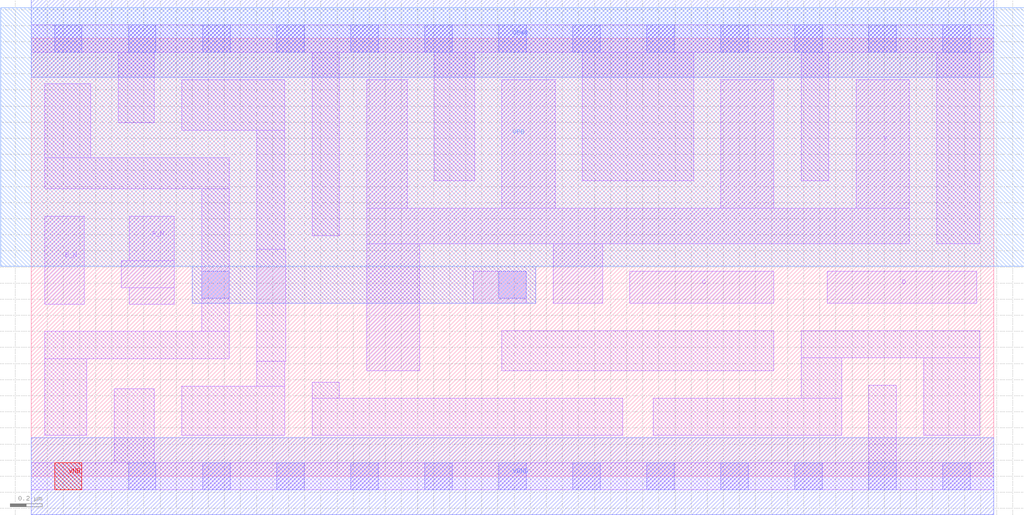
<source format=lef>
# Copyright 2020 The SkyWater PDK Authors
#
# Licensed under the Apache License, Version 2.0 (the "License");
# you may not use this file except in compliance with the License.
# You may obtain a copy of the License at
#
#     https://www.apache.org/licenses/LICENSE-2.0
#
# Unless required by applicable law or agreed to in writing, software
# distributed under the License is distributed on an "AS IS" BASIS,
# WITHOUT WARRANTIES OR CONDITIONS OF ANY KIND, either express or implied.
# See the License for the specific language governing permissions and
# limitations under the License.
#
# SPDX-License-Identifier: Apache-2.0

VERSION 5.7 ;
  NOWIREEXTENSIONATPIN ON ;
  DIVIDERCHAR "/" ;
  BUSBITCHARS "[]" ;
MACRO sky130_fd_sc_hd__nand4bb_2
  CLASS CORE ;
  FOREIGN sky130_fd_sc_hd__nand4bb_2 ;
  ORIGIN  0.000000  0.000000 ;
  SIZE  5.980000 BY  2.720000 ;
  SYMMETRY X Y R90 ;
  SITE unithd ;
  PIN A_N
    ANTENNAGATEAREA  0.126000 ;
    DIRECTION INPUT ;
    USE SIGNAL ;
    PORT
      LAYER li1 ;
        RECT 0.560000 1.170000 0.890000 1.340000 ;
        RECT 0.610000 1.070000 0.890000 1.170000 ;
        RECT 0.610000 1.340000 0.890000 1.615000 ;
    END
  END A_N
  PIN B_N
    ANTENNAGATEAREA  0.126000 ;
    DIRECTION INPUT ;
    USE SIGNAL ;
    PORT
      LAYER li1 ;
        RECT 0.085000 1.070000 0.330000 1.615000 ;
    END
  END B_N
  PIN C
    ANTENNAGATEAREA  0.495000 ;
    DIRECTION INPUT ;
    USE SIGNAL ;
    PORT
      LAYER li1 ;
        RECT 3.720000 1.075000 4.615000 1.275000 ;
    END
  END C
  PIN D
    ANTENNAGATEAREA  0.495000 ;
    DIRECTION INPUT ;
    USE SIGNAL ;
    PORT
      LAYER li1 ;
        RECT 4.945000 1.075000 5.875000 1.275000 ;
    END
  END D
  PIN Y
    ANTENNADIFFAREA  1.255500 ;
    DIRECTION OUTPUT ;
    USE SIGNAL ;
    PORT
      LAYER li1 ;
        RECT 2.085000 0.655000 2.415000 1.445000 ;
        RECT 2.085000 1.445000 5.455000 1.665000 ;
        RECT 2.085000 1.665000 2.335000 2.465000 ;
        RECT 2.925000 1.665000 3.255000 2.465000 ;
        RECT 3.245000 1.075000 3.550000 1.445000 ;
        RECT 4.285000 1.665000 4.615000 2.465000 ;
        RECT 5.125000 1.665000 5.455000 2.465000 ;
    END
  END Y
  PIN VGND
    DIRECTION INOUT ;
    SHAPE ABUTMENT ;
    USE GROUND ;
    PORT
      LAYER met1 ;
        RECT 0.000000 -0.240000 5.980000 0.240000 ;
    END
  END VGND
  PIN VNB
    DIRECTION INOUT ;
    USE GROUND ;
    PORT
      LAYER pwell ;
        RECT 0.145000 -0.085000 0.315000 0.085000 ;
    END
  END VNB
  PIN VPB
    DIRECTION INOUT ;
    USE POWER ;
    PORT
      LAYER nwell ;
        RECT -0.190000 1.305000 6.170000 2.910000 ;
    END
  END VPB
  PIN VPWR
    DIRECTION INOUT ;
    SHAPE ABUTMENT ;
    USE POWER ;
    PORT
      LAYER met1 ;
        RECT 0.000000 2.480000 5.980000 2.960000 ;
    END
  END VPWR
  OBS
    LAYER li1 ;
      RECT 0.000000 -0.085000 5.980000 0.085000 ;
      RECT 0.000000  2.635000 5.980000 2.805000 ;
      RECT 0.085000  0.255000 0.345000 0.730000 ;
      RECT 0.085000  0.730000 1.230000 0.900000 ;
      RECT 0.085000  1.785000 1.230000 1.980000 ;
      RECT 0.085000  1.980000 0.370000 2.440000 ;
      RECT 0.515000  0.085000 0.765000 0.545000 ;
      RECT 0.540000  2.195000 0.765000 2.635000 ;
      RECT 0.935000  0.255000 1.575000 0.560000 ;
      RECT 0.935000  2.150000 1.575000 2.465000 ;
      RECT 1.060000  0.900000 1.230000 1.785000 ;
      RECT 1.400000  0.560000 1.575000 0.715000 ;
      RECT 1.400000  0.715000 1.580000 1.410000 ;
      RECT 1.400000  1.410000 1.575000 2.150000 ;
      RECT 1.745000  0.255000 3.675000 0.485000 ;
      RECT 1.745000  0.485000 1.915000 0.585000 ;
      RECT 1.745000  1.495000 1.915000 2.635000 ;
      RECT 2.505000  1.835000 2.755000 2.635000 ;
      RECT 2.745000  1.075000 3.075000 1.275000 ;
      RECT 2.925000  0.655000 4.615000 0.905000 ;
      RECT 3.425000  1.835000 4.115000 2.635000 ;
      RECT 3.865000  0.255000 5.035000 0.485000 ;
      RECT 4.785000  0.485000 5.035000 0.735000 ;
      RECT 4.785000  0.735000 5.895000 0.905000 ;
      RECT 4.785000  1.835000 4.955000 2.635000 ;
      RECT 5.205000  0.085000 5.375000 0.565000 ;
      RECT 5.545000  0.255000 5.895000 0.735000 ;
      RECT 5.625000  1.445000 5.895000 2.635000 ;
    LAYER mcon ;
      RECT 0.145000 -0.085000 0.315000 0.085000 ;
      RECT 0.145000  2.635000 0.315000 2.805000 ;
      RECT 0.605000 -0.085000 0.775000 0.085000 ;
      RECT 0.605000  2.635000 0.775000 2.805000 ;
      RECT 1.060000  1.105000 1.230000 1.275000 ;
      RECT 1.065000 -0.085000 1.235000 0.085000 ;
      RECT 1.065000  2.635000 1.235000 2.805000 ;
      RECT 1.525000 -0.085000 1.695000 0.085000 ;
      RECT 1.525000  2.635000 1.695000 2.805000 ;
      RECT 1.985000 -0.085000 2.155000 0.085000 ;
      RECT 1.985000  2.635000 2.155000 2.805000 ;
      RECT 2.445000 -0.085000 2.615000 0.085000 ;
      RECT 2.445000  2.635000 2.615000 2.805000 ;
      RECT 2.905000 -0.085000 3.075000 0.085000 ;
      RECT 2.905000  1.105000 3.075000 1.275000 ;
      RECT 2.905000  2.635000 3.075000 2.805000 ;
      RECT 3.365000 -0.085000 3.535000 0.085000 ;
      RECT 3.365000  2.635000 3.535000 2.805000 ;
      RECT 3.825000 -0.085000 3.995000 0.085000 ;
      RECT 3.825000  2.635000 3.995000 2.805000 ;
      RECT 4.285000 -0.085000 4.455000 0.085000 ;
      RECT 4.285000  2.635000 4.455000 2.805000 ;
      RECT 4.745000 -0.085000 4.915000 0.085000 ;
      RECT 4.745000  2.635000 4.915000 2.805000 ;
      RECT 5.205000 -0.085000 5.375000 0.085000 ;
      RECT 5.205000  2.635000 5.375000 2.805000 ;
      RECT 5.665000 -0.085000 5.835000 0.085000 ;
      RECT 5.665000  2.635000 5.835000 2.805000 ;
    LAYER met1 ;
      RECT 1.000000 1.075000 3.135000 1.305000 ;
  END
END sky130_fd_sc_hd__nand4bb_2
END LIBRARY

</source>
